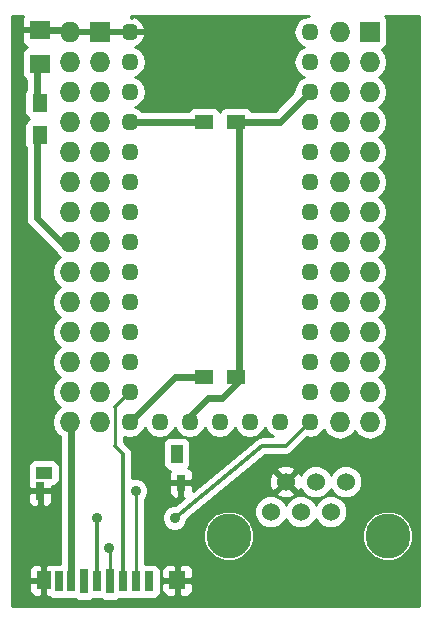
<source format=gtl>
%FSLAX46Y46*%
G04 Gerber Fmt 4.6, Leading zero omitted, Abs format (unit mm)*
G04 Created by KiCad (PCBNEW (2014-10-27 BZR 5228)-product) date 4/13/2015 9:46:14 PM*
%MOMM*%
G01*
G04 APERTURE LIST*
%ADD10C,0.100000*%
%ADD11R,1.727200X1.727200*%
%ADD12O,1.727200X1.727200*%
%ADD13R,1.399540X1.498600*%
%ADD14R,1.297940X1.498600*%
%ADD15R,0.698500X1.747520*%
%ADD16R,0.698500X2.032000*%
%ADD17R,0.797560X1.498600*%
%ADD18R,1.399540X0.998220*%
%ADD19R,0.797560X1.399540*%
%ADD20R,0.998220X1.549400*%
%ADD21O,1.447800X1.447800*%
%ADD22R,1.800860X1.597660*%
%ADD23R,1.500000X1.300000*%
%ADD24R,1.300000X1.500000*%
%ADD25C,1.524000*%
%ADD26C,3.810000*%
%ADD27C,0.889000*%
%ADD28C,0.609600*%
%ADD29C,0.254000*%
%ADD30C,0.304800*%
G04 APERTURE END LIST*
D10*
D11*
X162560000Y-96520000D03*
D12*
X160020000Y-96520000D03*
X162560000Y-99060000D03*
X160020000Y-99060000D03*
X162560000Y-101600000D03*
X160020000Y-101600000D03*
X162560000Y-104140000D03*
X160020000Y-104140000D03*
X162560000Y-106680000D03*
X160020000Y-106680000D03*
X162560000Y-109220000D03*
X160020000Y-109220000D03*
X162560000Y-111760000D03*
X160020000Y-111760000D03*
X162560000Y-114300000D03*
X160020000Y-114300000D03*
X162560000Y-116840000D03*
X160020000Y-116840000D03*
X162560000Y-119380000D03*
X160020000Y-119380000D03*
X162560000Y-121920000D03*
X160020000Y-121920000D03*
X162560000Y-124460000D03*
X160020000Y-124460000D03*
X162560000Y-127000000D03*
X160020000Y-127000000D03*
X162560000Y-129540000D03*
X160020000Y-129540000D03*
D11*
X185420000Y-96520000D03*
D12*
X182880000Y-96520000D03*
X185420000Y-99060000D03*
X182880000Y-99060000D03*
X185420000Y-101600000D03*
X182880000Y-101600000D03*
X185420000Y-104140000D03*
X182880000Y-104140000D03*
X185420000Y-106680000D03*
X182880000Y-106680000D03*
X185420000Y-109220000D03*
X182880000Y-109220000D03*
X185420000Y-111760000D03*
X182880000Y-111760000D03*
X185420000Y-114300000D03*
X182880000Y-114300000D03*
X185420000Y-116840000D03*
X182880000Y-116840000D03*
X185420000Y-119380000D03*
X182880000Y-119380000D03*
X185420000Y-121920000D03*
X182880000Y-121920000D03*
X185420000Y-124460000D03*
X182880000Y-124460000D03*
X185420000Y-127000000D03*
X182880000Y-127000000D03*
X185420000Y-129540000D03*
X182880000Y-129540000D03*
D13*
X169128440Y-142961360D03*
D14*
X157827980Y-142961360D03*
D15*
X159077660Y-143060420D03*
X160129220Y-143060420D03*
D16*
X161229040Y-143060420D03*
D15*
X162328860Y-143060420D03*
D16*
X163428680Y-143060420D03*
D15*
X164528500Y-143060420D03*
X165628320Y-143060420D03*
X166728140Y-143060420D03*
D17*
X157528260Y-135361680D03*
D18*
X157827980Y-133860540D03*
D19*
X169428160Y-134711440D03*
D20*
X169077640Y-132260340D03*
D21*
X165100000Y-96520000D03*
X165100000Y-99060000D03*
X165100000Y-101600000D03*
X165100000Y-104140000D03*
X165100000Y-106680000D03*
X165100000Y-109220000D03*
X165100000Y-111760000D03*
X165100000Y-114300000D03*
X165100000Y-116840000D03*
X165100000Y-119380000D03*
X165100000Y-121920000D03*
X165100000Y-124460000D03*
X165100000Y-127000000D03*
X165100000Y-129540000D03*
X167640000Y-129540000D03*
X170180000Y-129540000D03*
X172720000Y-129540000D03*
X175260000Y-129540000D03*
X177800000Y-129540000D03*
X180340000Y-129540000D03*
X180340000Y-127000000D03*
X180340000Y-124460000D03*
X180340000Y-121920000D03*
X180340000Y-119380000D03*
X180340000Y-116840000D03*
X180340000Y-114300000D03*
X180340000Y-111760000D03*
X180340000Y-109220000D03*
X180340000Y-106680000D03*
X180340000Y-104140000D03*
X180340000Y-101600000D03*
X180340000Y-99060000D03*
X180340000Y-96520000D03*
D22*
X157480000Y-99209860D03*
X157480000Y-96370140D03*
D23*
X174070000Y-125730000D03*
X171370000Y-125730000D03*
D24*
X157480000Y-105236000D03*
X157480000Y-102536000D03*
D23*
X174070000Y-104140000D03*
X171370000Y-104140000D03*
D25*
X180848000Y-134620000D03*
X178308000Y-134620000D03*
X183388000Y-134620000D03*
X177038000Y-137160000D03*
X179578000Y-137160000D03*
X182118000Y-137160000D03*
D26*
X186944000Y-139192000D03*
X173482000Y-139192000D03*
D27*
X168910000Y-137668000D03*
X162306000Y-137668000D03*
X165608000Y-135382000D03*
X163322000Y-140208000D03*
D28*
X170720000Y-104140000D02*
X165100000Y-104140000D01*
X157480000Y-96370140D02*
X159870140Y-96370140D01*
X159870140Y-96370140D02*
X160020000Y-96520000D01*
X157226000Y-101886000D02*
X157226000Y-99463860D01*
X157226000Y-99463860D02*
X157480000Y-99209860D01*
X160129220Y-143060420D02*
X160129220Y-129649220D01*
X160129220Y-129649220D02*
X160020000Y-129540000D01*
X170720000Y-125730000D02*
X168910000Y-125730000D01*
X168910000Y-125730000D02*
X165100000Y-129540000D01*
D29*
X162328860Y-137690860D02*
X162306000Y-137668000D01*
D30*
X162328860Y-143060420D02*
X162328860Y-137690860D01*
X178308000Y-131572000D02*
X180340000Y-129540000D01*
X176276000Y-131572000D02*
X178308000Y-131572000D01*
X168910000Y-137668000D02*
X176276000Y-131572000D01*
X164528500Y-143060420D02*
X164528500Y-132270500D01*
X163830000Y-128270000D02*
X165100000Y-127000000D01*
D29*
X163830000Y-131572000D02*
X163830000Y-128270000D01*
D30*
X164528500Y-132270500D02*
X163830000Y-131572000D01*
D29*
X165628320Y-143060420D02*
X165628320Y-135148320D01*
X165608000Y-135128000D02*
X165608000Y-135382000D01*
X165628320Y-135148320D02*
X165608000Y-135128000D01*
D28*
X160020000Y-114300000D02*
X159258000Y-114300000D01*
X159258000Y-114300000D02*
X157226000Y-112268000D01*
X157226000Y-112268000D02*
X157226000Y-105886000D01*
D29*
X163428680Y-143060420D02*
X163428680Y-140314680D01*
X163428680Y-140314680D02*
X163322000Y-140208000D01*
D28*
X174339000Y-104140000D02*
X177800000Y-104140000D01*
X177800000Y-104140000D02*
X180340000Y-101600000D01*
X174339000Y-126111000D02*
X174339000Y-104140000D01*
X170180000Y-129540000D02*
X170180000Y-129032000D01*
X170180000Y-129032000D02*
X171704000Y-127508000D01*
X171704000Y-127508000D02*
X172942000Y-127508000D01*
X172942000Y-127508000D02*
X174339000Y-126111000D01*
D29*
G36*
X180253552Y-95173000D02*
X179793349Y-95264540D01*
X179352491Y-95559113D01*
X179057918Y-95999971D01*
X178954478Y-96520000D01*
X179057918Y-97040029D01*
X179352491Y-97480887D01*
X179793349Y-97775460D01*
X179866446Y-97790000D01*
X179793349Y-97804540D01*
X179352491Y-98099113D01*
X179057918Y-98539971D01*
X178954478Y-99060000D01*
X179057918Y-99580029D01*
X179352491Y-100020887D01*
X179793349Y-100315460D01*
X179866446Y-100330000D01*
X179793349Y-100344540D01*
X179352491Y-100639113D01*
X179057918Y-101079971D01*
X178954478Y-101600000D01*
X178963842Y-101647079D01*
X177410722Y-103200200D01*
X175387279Y-103200200D01*
X175358327Y-103130302D01*
X175179699Y-102951673D01*
X174946310Y-102855000D01*
X174693691Y-102855000D01*
X173193691Y-102855000D01*
X172960302Y-102951673D01*
X172781673Y-103130301D01*
X172719999Y-103279193D01*
X172658327Y-103130302D01*
X172479699Y-102951673D01*
X172246310Y-102855000D01*
X171993691Y-102855000D01*
X170493691Y-102855000D01*
X170260302Y-102951673D01*
X170081673Y-103130301D01*
X170052719Y-103200200D01*
X166101598Y-103200200D01*
X166087509Y-103179113D01*
X165646651Y-102884540D01*
X165573553Y-102870000D01*
X165646651Y-102855460D01*
X166087509Y-102560887D01*
X166382082Y-102120029D01*
X166485522Y-101600000D01*
X166382082Y-101079971D01*
X166087509Y-100639113D01*
X165646651Y-100344540D01*
X165573553Y-100330000D01*
X165646651Y-100315460D01*
X166087509Y-100020887D01*
X166382082Y-99580029D01*
X166485522Y-99060000D01*
X166382082Y-98539971D01*
X166087509Y-98099113D01*
X165646651Y-97804540D01*
X165545568Y-97784433D01*
X165915206Y-97607234D01*
X166269219Y-97212507D01*
X166416428Y-96857085D01*
X166293412Y-96647000D01*
X165227000Y-96647000D01*
X165227000Y-96667000D01*
X164973000Y-96667000D01*
X164973000Y-96647000D01*
X163906588Y-96647000D01*
X163904099Y-96651249D01*
X163899850Y-96647000D01*
X162687000Y-96647000D01*
X162687000Y-96667000D01*
X162433000Y-96667000D01*
X162433000Y-96647000D01*
X161354469Y-96647000D01*
X161220150Y-96647000D01*
X160147000Y-96647000D01*
X160147000Y-96667000D01*
X159893000Y-96667000D01*
X159893000Y-96647000D01*
X159873000Y-96647000D01*
X159873000Y-96393000D01*
X159893000Y-96393000D01*
X159893000Y-96373000D01*
X160147000Y-96373000D01*
X160147000Y-96393000D01*
X161220150Y-96393000D01*
X161354469Y-96393000D01*
X162433000Y-96393000D01*
X162433000Y-96373000D01*
X162687000Y-96373000D01*
X162687000Y-96393000D01*
X163899850Y-96393000D01*
X163904099Y-96388750D01*
X163906588Y-96393000D01*
X164973000Y-96393000D01*
X164973000Y-96373000D01*
X165227000Y-96373000D01*
X165227000Y-96393000D01*
X166293412Y-96393000D01*
X166416428Y-96182915D01*
X166269219Y-95827493D01*
X165915206Y-95432766D01*
X165437086Y-95203561D01*
X165227002Y-95325785D01*
X165227002Y-95173000D01*
X180253552Y-95173000D01*
X180253552Y-95173000D01*
G37*
X180253552Y-95173000D02*
X179793349Y-95264540D01*
X179352491Y-95559113D01*
X179057918Y-95999971D01*
X178954478Y-96520000D01*
X179057918Y-97040029D01*
X179352491Y-97480887D01*
X179793349Y-97775460D01*
X179866446Y-97790000D01*
X179793349Y-97804540D01*
X179352491Y-98099113D01*
X179057918Y-98539971D01*
X178954478Y-99060000D01*
X179057918Y-99580029D01*
X179352491Y-100020887D01*
X179793349Y-100315460D01*
X179866446Y-100330000D01*
X179793349Y-100344540D01*
X179352491Y-100639113D01*
X179057918Y-101079971D01*
X178954478Y-101600000D01*
X178963842Y-101647079D01*
X177410722Y-103200200D01*
X175387279Y-103200200D01*
X175358327Y-103130302D01*
X175179699Y-102951673D01*
X174946310Y-102855000D01*
X174693691Y-102855000D01*
X173193691Y-102855000D01*
X172960302Y-102951673D01*
X172781673Y-103130301D01*
X172719999Y-103279193D01*
X172658327Y-103130302D01*
X172479699Y-102951673D01*
X172246310Y-102855000D01*
X171993691Y-102855000D01*
X170493691Y-102855000D01*
X170260302Y-102951673D01*
X170081673Y-103130301D01*
X170052719Y-103200200D01*
X166101598Y-103200200D01*
X166087509Y-103179113D01*
X165646651Y-102884540D01*
X165573553Y-102870000D01*
X165646651Y-102855460D01*
X166087509Y-102560887D01*
X166382082Y-102120029D01*
X166485522Y-101600000D01*
X166382082Y-101079971D01*
X166087509Y-100639113D01*
X165646651Y-100344540D01*
X165573553Y-100330000D01*
X165646651Y-100315460D01*
X166087509Y-100020887D01*
X166382082Y-99580029D01*
X166485522Y-99060000D01*
X166382082Y-98539971D01*
X166087509Y-98099113D01*
X165646651Y-97804540D01*
X165545568Y-97784433D01*
X165915206Y-97607234D01*
X166269219Y-97212507D01*
X166416428Y-96857085D01*
X166293412Y-96647000D01*
X165227000Y-96647000D01*
X165227000Y-96667000D01*
X164973000Y-96667000D01*
X164973000Y-96647000D01*
X163906588Y-96647000D01*
X163904099Y-96651249D01*
X163899850Y-96647000D01*
X162687000Y-96647000D01*
X162687000Y-96667000D01*
X162433000Y-96667000D01*
X162433000Y-96647000D01*
X161354469Y-96647000D01*
X161220150Y-96647000D01*
X160147000Y-96647000D01*
X160147000Y-96667000D01*
X159893000Y-96667000D01*
X159893000Y-96647000D01*
X159873000Y-96647000D01*
X159873000Y-96393000D01*
X159893000Y-96393000D01*
X159893000Y-96373000D01*
X160147000Y-96373000D01*
X160147000Y-96393000D01*
X161220150Y-96393000D01*
X161354469Y-96393000D01*
X162433000Y-96393000D01*
X162433000Y-96373000D01*
X162687000Y-96373000D01*
X162687000Y-96393000D01*
X163899850Y-96393000D01*
X163904099Y-96388750D01*
X163906588Y-96393000D01*
X164973000Y-96393000D01*
X164973000Y-96373000D01*
X165227000Y-96373000D01*
X165227000Y-96393000D01*
X166293412Y-96393000D01*
X166416428Y-96182915D01*
X166269219Y-95827493D01*
X165915206Y-95432766D01*
X165437086Y-95203561D01*
X165227002Y-95325785D01*
X165227002Y-95173000D01*
X180253552Y-95173000D01*
G36*
X189561000Y-145111000D02*
X189079240Y-145111000D01*
X189079240Y-138769211D01*
X188754910Y-137984273D01*
X188154886Y-137383200D01*
X187370515Y-137057501D01*
X186521211Y-137056760D01*
X185736273Y-137381090D01*
X185135200Y-137981114D01*
X184809501Y-138765485D01*
X184808760Y-139614789D01*
X185133090Y-140399727D01*
X185733114Y-141000800D01*
X186517485Y-141326499D01*
X187366789Y-141327240D01*
X188151727Y-141002910D01*
X188752800Y-140402886D01*
X189078499Y-139618515D01*
X189079240Y-138769211D01*
X189079240Y-145111000D01*
X184785242Y-145111000D01*
X184785242Y-134343339D01*
X184573010Y-133829697D01*
X184180370Y-133436371D01*
X183667100Y-133223243D01*
X183111339Y-133222758D01*
X182597697Y-133434990D01*
X182204371Y-133827630D01*
X182118050Y-134035512D01*
X182033010Y-133829697D01*
X181640370Y-133436371D01*
X181127100Y-133223243D01*
X180571339Y-133222758D01*
X180057697Y-133434990D01*
X179664371Y-133827630D01*
X179584605Y-134019727D01*
X179530397Y-133888857D01*
X179288213Y-133819392D01*
X179108608Y-133998997D01*
X179108608Y-133639787D01*
X179039143Y-133397603D01*
X178515698Y-133210856D01*
X177960632Y-133238638D01*
X177576857Y-133397603D01*
X177507392Y-133639787D01*
X178308000Y-134440395D01*
X179108608Y-133639787D01*
X179108608Y-133998997D01*
X178487605Y-134620000D01*
X179288213Y-135420608D01*
X179530397Y-135351143D01*
X179580508Y-135210682D01*
X179662990Y-135410303D01*
X180055630Y-135803629D01*
X180568900Y-136016757D01*
X181124661Y-136017242D01*
X181638303Y-135805010D01*
X182031629Y-135412370D01*
X182117949Y-135204487D01*
X182202990Y-135410303D01*
X182595630Y-135803629D01*
X183108900Y-136016757D01*
X183664661Y-136017242D01*
X184178303Y-135805010D01*
X184571629Y-135412370D01*
X184784757Y-134899100D01*
X184785242Y-134343339D01*
X184785242Y-145111000D01*
X183515242Y-145111000D01*
X183515242Y-136883339D01*
X183303010Y-136369697D01*
X182910370Y-135976371D01*
X182397100Y-135763243D01*
X181841339Y-135762758D01*
X181327697Y-135974990D01*
X180934371Y-136367630D01*
X180848050Y-136575512D01*
X180763010Y-136369697D01*
X180370370Y-135976371D01*
X179857100Y-135763243D01*
X179301339Y-135762758D01*
X179108608Y-135842392D01*
X179108608Y-135600213D01*
X178308000Y-134799605D01*
X178128395Y-134979210D01*
X178128395Y-134620000D01*
X177327787Y-133819392D01*
X177085603Y-133888857D01*
X176898856Y-134412302D01*
X176926638Y-134967368D01*
X177085603Y-135351143D01*
X177327787Y-135420608D01*
X178128395Y-134620000D01*
X178128395Y-134979210D01*
X177507392Y-135600213D01*
X177576857Y-135842397D01*
X178100302Y-136029144D01*
X178655368Y-136001362D01*
X179039143Y-135842397D01*
X179108608Y-135600213D01*
X179108608Y-135842392D01*
X178787697Y-135974990D01*
X178394371Y-136367630D01*
X178308050Y-136575512D01*
X178223010Y-136369697D01*
X177830370Y-135976371D01*
X177317100Y-135763243D01*
X176761339Y-135762758D01*
X176247697Y-135974990D01*
X175854371Y-136367630D01*
X175641243Y-136880900D01*
X175640758Y-137436661D01*
X175852990Y-137950303D01*
X176245630Y-138343629D01*
X176758900Y-138556757D01*
X177314661Y-138557242D01*
X177828303Y-138345010D01*
X178221629Y-137952370D01*
X178307949Y-137744487D01*
X178392990Y-137950303D01*
X178785630Y-138343629D01*
X179298900Y-138556757D01*
X179854661Y-138557242D01*
X180368303Y-138345010D01*
X180761629Y-137952370D01*
X180847949Y-137744487D01*
X180932990Y-137950303D01*
X181325630Y-138343629D01*
X181838900Y-138556757D01*
X182394661Y-138557242D01*
X182908303Y-138345010D01*
X183301629Y-137952370D01*
X183514757Y-137439100D01*
X183515242Y-136883339D01*
X183515242Y-145111000D01*
X175617240Y-145111000D01*
X175617240Y-138769211D01*
X175292910Y-137984273D01*
X174692886Y-137383200D01*
X173908515Y-137057501D01*
X173059211Y-137056760D01*
X172274273Y-137381090D01*
X171673200Y-137981114D01*
X171347501Y-138765485D01*
X171346760Y-139614789D01*
X171671090Y-140399727D01*
X172271114Y-141000800D01*
X173055485Y-141326499D01*
X173904789Y-141327240D01*
X174689727Y-141002910D01*
X175290800Y-140402886D01*
X175616499Y-139618515D01*
X175617240Y-138769211D01*
X175617240Y-145111000D01*
X170463210Y-145111000D01*
X170463210Y-143836969D01*
X170463210Y-143247110D01*
X170463210Y-142675610D01*
X170463210Y-142085751D01*
X170366537Y-141852362D01*
X170187909Y-141673733D01*
X169954520Y-141577060D01*
X169701901Y-141577060D01*
X169414190Y-141577060D01*
X169255440Y-141735810D01*
X169255440Y-142834360D01*
X170304460Y-142834360D01*
X170463210Y-142675610D01*
X170463210Y-143247110D01*
X170304460Y-143088360D01*
X169255440Y-143088360D01*
X169255440Y-144186910D01*
X169414190Y-144345660D01*
X169701901Y-144345660D01*
X169954520Y-144345660D01*
X170187909Y-144248987D01*
X170366537Y-144070358D01*
X170463210Y-143836969D01*
X170463210Y-145111000D01*
X169001440Y-145111000D01*
X169001440Y-144186910D01*
X169001440Y-143088360D01*
X169001440Y-142834360D01*
X169001440Y-141735810D01*
X168842690Y-141577060D01*
X168554979Y-141577060D01*
X168302360Y-141577060D01*
X168068971Y-141673733D01*
X167890343Y-141852362D01*
X167793670Y-142085751D01*
X167793670Y-142675610D01*
X167952420Y-142834360D01*
X169001440Y-142834360D01*
X169001440Y-143088360D01*
X167952420Y-143088360D01*
X167793670Y-143247110D01*
X167793670Y-143836969D01*
X167890343Y-144070358D01*
X168068971Y-144248987D01*
X168302360Y-144345660D01*
X168554979Y-144345660D01*
X168842690Y-144345660D01*
X169001440Y-144186910D01*
X169001440Y-145111000D01*
X157700980Y-145111000D01*
X157700980Y-144186910D01*
X157700980Y-143088360D01*
X157700980Y-142834360D01*
X157700980Y-141735810D01*
X157542230Y-141577060D01*
X157401260Y-141577060D01*
X157401260Y-136587230D01*
X157401260Y-135488680D01*
X156653230Y-135488680D01*
X156494480Y-135647430D01*
X156494480Y-135984671D01*
X156494480Y-136237290D01*
X156591153Y-136470679D01*
X156769782Y-136649307D01*
X157003171Y-136745980D01*
X157242510Y-136745980D01*
X157401260Y-136587230D01*
X157401260Y-141577060D01*
X157305319Y-141577060D01*
X157052700Y-141577060D01*
X156819311Y-141673733D01*
X156640683Y-141852362D01*
X156544010Y-142085751D01*
X156544010Y-142675610D01*
X156702760Y-142834360D01*
X157700980Y-142834360D01*
X157700980Y-143088360D01*
X156702760Y-143088360D01*
X156544010Y-143247110D01*
X156544010Y-143836969D01*
X156640683Y-144070358D01*
X156819311Y-144248987D01*
X157052700Y-144345660D01*
X157305319Y-144345660D01*
X157542230Y-144345660D01*
X157700980Y-144186910D01*
X157700980Y-145111000D01*
X155194000Y-145111000D01*
X155117000Y-145111000D01*
X155117000Y-95173000D01*
X155194000Y-95173000D01*
X156079854Y-95173000D01*
X156041243Y-95211612D01*
X155944570Y-95445001D01*
X155944570Y-96084390D01*
X156103320Y-96243140D01*
X157353000Y-96243140D01*
X157353000Y-96223140D01*
X157607000Y-96223140D01*
X157607000Y-96243140D01*
X157627000Y-96243140D01*
X157627000Y-96497140D01*
X157607000Y-96497140D01*
X157607000Y-96517140D01*
X157353000Y-96517140D01*
X157353000Y-96497140D01*
X156103320Y-96497140D01*
X155944570Y-96655890D01*
X155944570Y-97295279D01*
X156041243Y-97528668D01*
X156219871Y-97707297D01*
X156419533Y-97790000D01*
X156219872Y-97872703D01*
X156041243Y-98051331D01*
X155944570Y-98284720D01*
X155944570Y-98537339D01*
X155944570Y-100134999D01*
X156041243Y-100368388D01*
X156219871Y-100547017D01*
X156286200Y-100574491D01*
X156286200Y-101439513D01*
X156195000Y-101659690D01*
X156195000Y-101912309D01*
X156195000Y-103412309D01*
X156291673Y-103645698D01*
X156470301Y-103824327D01*
X156619193Y-103886000D01*
X156470302Y-103947673D01*
X156291673Y-104126301D01*
X156195000Y-104359690D01*
X156195000Y-104612309D01*
X156195000Y-106112309D01*
X156286200Y-106332485D01*
X156286200Y-112268000D01*
X156357738Y-112627646D01*
X156561461Y-112932539D01*
X158593461Y-114964539D01*
X158743827Y-115065010D01*
X158960330Y-115389029D01*
X159231172Y-115570000D01*
X158960330Y-115750971D01*
X158635474Y-116237152D01*
X158521400Y-116810641D01*
X158521400Y-116869359D01*
X158635474Y-117442848D01*
X158960330Y-117929029D01*
X159231172Y-118110000D01*
X158960330Y-118290971D01*
X158635474Y-118777152D01*
X158521400Y-119350641D01*
X158521400Y-119409359D01*
X158635474Y-119982848D01*
X158960330Y-120469029D01*
X159231172Y-120650000D01*
X158960330Y-120830971D01*
X158635474Y-121317152D01*
X158521400Y-121890641D01*
X158521400Y-121949359D01*
X158635474Y-122522848D01*
X158960330Y-123009029D01*
X159231172Y-123190000D01*
X158960330Y-123370971D01*
X158635474Y-123857152D01*
X158521400Y-124430641D01*
X158521400Y-124489359D01*
X158635474Y-125062848D01*
X158960330Y-125549029D01*
X159231172Y-125730000D01*
X158960330Y-125910971D01*
X158635474Y-126397152D01*
X158521400Y-126970641D01*
X158521400Y-127029359D01*
X158635474Y-127602848D01*
X158960330Y-128089029D01*
X159231172Y-128270000D01*
X158960330Y-128450971D01*
X158635474Y-128937152D01*
X158521400Y-129510641D01*
X158521400Y-129569359D01*
X158635474Y-130142848D01*
X158960330Y-130629029D01*
X159189420Y-130782102D01*
X159189420Y-141551660D01*
X159162750Y-141551660D01*
X159162750Y-134485960D01*
X159162750Y-134233341D01*
X159162750Y-133235121D01*
X159066077Y-133001732D01*
X158887449Y-132823103D01*
X158654060Y-132726430D01*
X158401441Y-132726430D01*
X157001901Y-132726430D01*
X156768512Y-132823103D01*
X156589883Y-133001731D01*
X156493210Y-133235120D01*
X156493210Y-133487739D01*
X156493210Y-134485959D01*
X156494480Y-134489025D01*
X156494480Y-134738689D01*
X156494480Y-135075930D01*
X156653230Y-135234680D01*
X157401260Y-135234680D01*
X157401260Y-135214680D01*
X157655260Y-135214680D01*
X157655260Y-135234680D01*
X158403290Y-135234680D01*
X158562040Y-135075930D01*
X158562040Y-134994650D01*
X158654059Y-134994650D01*
X158887448Y-134897977D01*
X159066077Y-134719349D01*
X159162750Y-134485960D01*
X159162750Y-141551660D01*
X158602101Y-141551660D01*
X158562040Y-141568253D01*
X158562040Y-136237290D01*
X158562040Y-135984671D01*
X158562040Y-135647430D01*
X158403290Y-135488680D01*
X157655260Y-135488680D01*
X157655260Y-136587230D01*
X157814010Y-136745980D01*
X158053349Y-136745980D01*
X158286738Y-136649307D01*
X158465367Y-136470679D01*
X158562040Y-136237290D01*
X158562040Y-141568253D01*
X158540780Y-141577060D01*
X158350641Y-141577060D01*
X158113730Y-141577060D01*
X157954980Y-141735810D01*
X157954980Y-142834360D01*
X157974980Y-142834360D01*
X157974980Y-143088360D01*
X157954980Y-143088360D01*
X157954980Y-144186910D01*
X158113730Y-144345660D01*
X158241864Y-144345660D01*
X158368711Y-144472507D01*
X158602100Y-144569180D01*
X158854719Y-144569180D01*
X159553219Y-144569180D01*
X159603439Y-144548377D01*
X159653660Y-144569180D01*
X159906279Y-144569180D01*
X160474524Y-144569180D01*
X160520091Y-144614747D01*
X160753480Y-144711420D01*
X161006099Y-144711420D01*
X161704599Y-144711420D01*
X161937988Y-144614747D01*
X161983555Y-144569180D01*
X162105919Y-144569180D01*
X162674164Y-144569180D01*
X162719731Y-144614747D01*
X162953120Y-144711420D01*
X163205739Y-144711420D01*
X163904239Y-144711420D01*
X164137628Y-144614747D01*
X164183195Y-144569180D01*
X164305559Y-144569180D01*
X165004059Y-144569180D01*
X165078409Y-144538382D01*
X165152760Y-144569180D01*
X165405379Y-144569180D01*
X166103879Y-144569180D01*
X166178229Y-144538382D01*
X166252580Y-144569180D01*
X166505199Y-144569180D01*
X167203699Y-144569180D01*
X167437088Y-144472507D01*
X167615717Y-144293879D01*
X167712390Y-144060490D01*
X167712390Y-143807871D01*
X167712390Y-142060351D01*
X167615717Y-141826962D01*
X167437089Y-141648333D01*
X167203700Y-141551660D01*
X166951081Y-141551660D01*
X166390320Y-141551660D01*
X166390320Y-136126357D01*
X166522622Y-135994286D01*
X166687313Y-135597668D01*
X166687687Y-135168216D01*
X166523689Y-134771311D01*
X166220286Y-134467378D01*
X165823668Y-134302687D01*
X165394216Y-134302313D01*
X165315900Y-134334672D01*
X165315900Y-132270500D01*
X165255963Y-131969175D01*
X165085276Y-131713724D01*
X164592000Y-131220448D01*
X164592000Y-130803148D01*
X165073378Y-130898900D01*
X165126622Y-130898900D01*
X165646651Y-130795460D01*
X166087509Y-130500887D01*
X166370000Y-130078110D01*
X166652491Y-130500887D01*
X167093349Y-130795460D01*
X167613378Y-130898900D01*
X167666622Y-130898900D01*
X168186651Y-130795460D01*
X168627509Y-130500887D01*
X168910000Y-130078110D01*
X169192491Y-130500887D01*
X169633349Y-130795460D01*
X170153378Y-130898900D01*
X170206622Y-130898900D01*
X170726651Y-130795460D01*
X171167509Y-130500887D01*
X171450000Y-130078110D01*
X171732491Y-130500887D01*
X172173349Y-130795460D01*
X172693378Y-130898900D01*
X172746622Y-130898900D01*
X173266651Y-130795460D01*
X173707509Y-130500887D01*
X173990000Y-130078110D01*
X174272491Y-130500887D01*
X174713349Y-130795460D01*
X175233378Y-130898900D01*
X175286622Y-130898900D01*
X175806651Y-130795460D01*
X176247509Y-130500887D01*
X176530000Y-130078110D01*
X176812491Y-130500887D01*
X177237095Y-130784600D01*
X176276000Y-130784600D01*
X176160983Y-130807478D01*
X176044332Y-130819452D01*
X176011391Y-130837233D01*
X175974675Y-130844537D01*
X175877166Y-130909689D01*
X175773979Y-130965392D01*
X170461940Y-135361562D01*
X170461940Y-135284901D01*
X170461940Y-134997190D01*
X170461940Y-134425690D01*
X170461940Y-134137979D01*
X170461940Y-133885360D01*
X170365267Y-133651971D01*
X170186638Y-133473343D01*
X170080455Y-133429360D01*
X170115077Y-133394739D01*
X170211750Y-133161350D01*
X170211750Y-132908731D01*
X170211750Y-131359331D01*
X170115077Y-131125942D01*
X169936449Y-130947313D01*
X169703060Y-130850640D01*
X169450441Y-130850640D01*
X168452221Y-130850640D01*
X168218832Y-130947313D01*
X168040203Y-131125941D01*
X167943530Y-131359330D01*
X167943530Y-131611949D01*
X167943530Y-133161349D01*
X168040203Y-133394738D01*
X168218831Y-133573367D01*
X168452220Y-133670040D01*
X168483568Y-133670040D01*
X168394380Y-133885360D01*
X168394380Y-134137979D01*
X168394380Y-134425690D01*
X168553130Y-134584440D01*
X169301160Y-134584440D01*
X169301160Y-134564440D01*
X169555160Y-134564440D01*
X169555160Y-134584440D01*
X170303190Y-134584440D01*
X170461940Y-134425690D01*
X170461940Y-134997190D01*
X170303190Y-134838440D01*
X169555160Y-134838440D01*
X169555160Y-135887460D01*
X169678021Y-136010321D01*
X169301160Y-136322206D01*
X169301160Y-135887460D01*
X169301160Y-134838440D01*
X168553130Y-134838440D01*
X168394380Y-134997190D01*
X168394380Y-135284901D01*
X168394380Y-135537520D01*
X168491053Y-135770909D01*
X168669682Y-135949537D01*
X168903071Y-136046210D01*
X169142410Y-136046210D01*
X169301160Y-135887460D01*
X169301160Y-136322206D01*
X168979318Y-136588559D01*
X168696216Y-136588313D01*
X168299311Y-136752311D01*
X167995378Y-137055714D01*
X167830687Y-137452332D01*
X167830313Y-137881784D01*
X167994311Y-138278689D01*
X168297714Y-138582622D01*
X168694332Y-138747313D01*
X169123784Y-138747687D01*
X169520689Y-138583689D01*
X169824622Y-138280286D01*
X169989313Y-137883668D01*
X169989388Y-137796786D01*
X176559565Y-132359400D01*
X178308000Y-132359400D01*
X178609325Y-132299463D01*
X178864776Y-132128776D01*
X180130940Y-130862611D01*
X180313378Y-130898900D01*
X180366622Y-130898900D01*
X180886651Y-130795460D01*
X181327509Y-130500887D01*
X181531108Y-130196179D01*
X181820330Y-130629029D01*
X182306511Y-130953885D01*
X182880000Y-131067959D01*
X183453489Y-130953885D01*
X183939670Y-130629029D01*
X184150000Y-130314248D01*
X184360330Y-130629029D01*
X184846511Y-130953885D01*
X185420000Y-131067959D01*
X185993489Y-130953885D01*
X186479670Y-130629029D01*
X186804526Y-130142848D01*
X186918600Y-129569359D01*
X186918600Y-129510641D01*
X186804526Y-128937152D01*
X186479670Y-128450971D01*
X186208827Y-128270000D01*
X186479670Y-128089029D01*
X186804526Y-127602848D01*
X186918600Y-127029359D01*
X186918600Y-126970641D01*
X186804526Y-126397152D01*
X186479670Y-125910971D01*
X186208827Y-125730000D01*
X186479670Y-125549029D01*
X186804526Y-125062848D01*
X186918600Y-124489359D01*
X186918600Y-124430641D01*
X186804526Y-123857152D01*
X186479670Y-123370971D01*
X186208827Y-123190000D01*
X186479670Y-123009029D01*
X186804526Y-122522848D01*
X186918600Y-121949359D01*
X186918600Y-121890641D01*
X186804526Y-121317152D01*
X186479670Y-120830971D01*
X186208827Y-120650000D01*
X186479670Y-120469029D01*
X186804526Y-119982848D01*
X186918600Y-119409359D01*
X186918600Y-119350641D01*
X186804526Y-118777152D01*
X186479670Y-118290971D01*
X186208827Y-118110000D01*
X186479670Y-117929029D01*
X186804526Y-117442848D01*
X186918600Y-116869359D01*
X186918600Y-116810641D01*
X186804526Y-116237152D01*
X186479670Y-115750971D01*
X186208827Y-115570000D01*
X186479670Y-115389029D01*
X186804526Y-114902848D01*
X186918600Y-114329359D01*
X186918600Y-114270641D01*
X186804526Y-113697152D01*
X186479670Y-113210971D01*
X186208827Y-113030000D01*
X186479670Y-112849029D01*
X186804526Y-112362848D01*
X186918600Y-111789359D01*
X186918600Y-111730641D01*
X186804526Y-111157152D01*
X186479670Y-110670971D01*
X186208827Y-110490000D01*
X186479670Y-110309029D01*
X186804526Y-109822848D01*
X186918600Y-109249359D01*
X186918600Y-109190641D01*
X186804526Y-108617152D01*
X186479670Y-108130971D01*
X186208827Y-107950000D01*
X186479670Y-107769029D01*
X186804526Y-107282848D01*
X186918600Y-106709359D01*
X186918600Y-106650641D01*
X186804526Y-106077152D01*
X186479670Y-105590971D01*
X186208827Y-105410000D01*
X186479670Y-105229029D01*
X186804526Y-104742848D01*
X186918600Y-104169359D01*
X186918600Y-104110641D01*
X186804526Y-103537152D01*
X186479670Y-103050971D01*
X186208827Y-102870000D01*
X186479670Y-102689029D01*
X186804526Y-102202848D01*
X186918600Y-101629359D01*
X186918600Y-101570641D01*
X186804526Y-100997152D01*
X186479670Y-100510971D01*
X186208827Y-100330000D01*
X186479670Y-100149029D01*
X186804526Y-99662848D01*
X186918600Y-99089359D01*
X186918600Y-99030641D01*
X186804526Y-98457152D01*
X186489473Y-97985643D01*
X186643298Y-97921927D01*
X186821927Y-97743299D01*
X186918600Y-97509910D01*
X186918600Y-97257291D01*
X186918600Y-95530091D01*
X186821927Y-95296702D01*
X186698225Y-95173000D01*
X189561000Y-95173000D01*
X189561000Y-145111000D01*
X189561000Y-145111000D01*
G37*
X189561000Y-145111000D02*
X189079240Y-145111000D01*
X189079240Y-138769211D01*
X188754910Y-137984273D01*
X188154886Y-137383200D01*
X187370515Y-137057501D01*
X186521211Y-137056760D01*
X185736273Y-137381090D01*
X185135200Y-137981114D01*
X184809501Y-138765485D01*
X184808760Y-139614789D01*
X185133090Y-140399727D01*
X185733114Y-141000800D01*
X186517485Y-141326499D01*
X187366789Y-141327240D01*
X188151727Y-141002910D01*
X188752800Y-140402886D01*
X189078499Y-139618515D01*
X189079240Y-138769211D01*
X189079240Y-145111000D01*
X184785242Y-145111000D01*
X184785242Y-134343339D01*
X184573010Y-133829697D01*
X184180370Y-133436371D01*
X183667100Y-133223243D01*
X183111339Y-133222758D01*
X182597697Y-133434990D01*
X182204371Y-133827630D01*
X182118050Y-134035512D01*
X182033010Y-133829697D01*
X181640370Y-133436371D01*
X181127100Y-133223243D01*
X180571339Y-133222758D01*
X180057697Y-133434990D01*
X179664371Y-133827630D01*
X179584605Y-134019727D01*
X179530397Y-133888857D01*
X179288213Y-133819392D01*
X179108608Y-133998997D01*
X179108608Y-133639787D01*
X179039143Y-133397603D01*
X178515698Y-133210856D01*
X177960632Y-133238638D01*
X177576857Y-133397603D01*
X177507392Y-133639787D01*
X178308000Y-134440395D01*
X179108608Y-133639787D01*
X179108608Y-133998997D01*
X178487605Y-134620000D01*
X179288213Y-135420608D01*
X179530397Y-135351143D01*
X179580508Y-135210682D01*
X179662990Y-135410303D01*
X180055630Y-135803629D01*
X180568900Y-136016757D01*
X181124661Y-136017242D01*
X181638303Y-135805010D01*
X182031629Y-135412370D01*
X182117949Y-135204487D01*
X182202990Y-135410303D01*
X182595630Y-135803629D01*
X183108900Y-136016757D01*
X183664661Y-136017242D01*
X184178303Y-135805010D01*
X184571629Y-135412370D01*
X184784757Y-134899100D01*
X184785242Y-134343339D01*
X184785242Y-145111000D01*
X183515242Y-145111000D01*
X183515242Y-136883339D01*
X183303010Y-136369697D01*
X182910370Y-135976371D01*
X182397100Y-135763243D01*
X181841339Y-135762758D01*
X181327697Y-135974990D01*
X180934371Y-136367630D01*
X180848050Y-136575512D01*
X180763010Y-136369697D01*
X180370370Y-135976371D01*
X179857100Y-135763243D01*
X179301339Y-135762758D01*
X179108608Y-135842392D01*
X179108608Y-135600213D01*
X178308000Y-134799605D01*
X178128395Y-134979210D01*
X178128395Y-134620000D01*
X177327787Y-133819392D01*
X177085603Y-133888857D01*
X176898856Y-134412302D01*
X176926638Y-134967368D01*
X177085603Y-135351143D01*
X177327787Y-135420608D01*
X178128395Y-134620000D01*
X178128395Y-134979210D01*
X177507392Y-135600213D01*
X177576857Y-135842397D01*
X178100302Y-136029144D01*
X178655368Y-136001362D01*
X179039143Y-135842397D01*
X179108608Y-135600213D01*
X179108608Y-135842392D01*
X178787697Y-135974990D01*
X178394371Y-136367630D01*
X178308050Y-136575512D01*
X178223010Y-136369697D01*
X177830370Y-135976371D01*
X177317100Y-135763243D01*
X176761339Y-135762758D01*
X176247697Y-135974990D01*
X175854371Y-136367630D01*
X175641243Y-136880900D01*
X175640758Y-137436661D01*
X175852990Y-137950303D01*
X176245630Y-138343629D01*
X176758900Y-138556757D01*
X177314661Y-138557242D01*
X177828303Y-138345010D01*
X178221629Y-137952370D01*
X178307949Y-137744487D01*
X178392990Y-137950303D01*
X178785630Y-138343629D01*
X179298900Y-138556757D01*
X179854661Y-138557242D01*
X180368303Y-138345010D01*
X180761629Y-137952370D01*
X180847949Y-137744487D01*
X180932990Y-137950303D01*
X181325630Y-138343629D01*
X181838900Y-138556757D01*
X182394661Y-138557242D01*
X182908303Y-138345010D01*
X183301629Y-137952370D01*
X183514757Y-137439100D01*
X183515242Y-136883339D01*
X183515242Y-145111000D01*
X175617240Y-145111000D01*
X175617240Y-138769211D01*
X175292910Y-137984273D01*
X174692886Y-137383200D01*
X173908515Y-137057501D01*
X173059211Y-137056760D01*
X172274273Y-137381090D01*
X171673200Y-137981114D01*
X171347501Y-138765485D01*
X171346760Y-139614789D01*
X171671090Y-140399727D01*
X172271114Y-141000800D01*
X173055485Y-141326499D01*
X173904789Y-141327240D01*
X174689727Y-141002910D01*
X175290800Y-140402886D01*
X175616499Y-139618515D01*
X175617240Y-138769211D01*
X175617240Y-145111000D01*
X170463210Y-145111000D01*
X170463210Y-143836969D01*
X170463210Y-143247110D01*
X170463210Y-142675610D01*
X170463210Y-142085751D01*
X170366537Y-141852362D01*
X170187909Y-141673733D01*
X169954520Y-141577060D01*
X169701901Y-141577060D01*
X169414190Y-141577060D01*
X169255440Y-141735810D01*
X169255440Y-142834360D01*
X170304460Y-142834360D01*
X170463210Y-142675610D01*
X170463210Y-143247110D01*
X170304460Y-143088360D01*
X169255440Y-143088360D01*
X169255440Y-144186910D01*
X169414190Y-144345660D01*
X169701901Y-144345660D01*
X169954520Y-144345660D01*
X170187909Y-144248987D01*
X170366537Y-144070358D01*
X170463210Y-143836969D01*
X170463210Y-145111000D01*
X169001440Y-145111000D01*
X169001440Y-144186910D01*
X169001440Y-143088360D01*
X169001440Y-142834360D01*
X169001440Y-141735810D01*
X168842690Y-141577060D01*
X168554979Y-141577060D01*
X168302360Y-141577060D01*
X168068971Y-141673733D01*
X167890343Y-141852362D01*
X167793670Y-142085751D01*
X167793670Y-142675610D01*
X167952420Y-142834360D01*
X169001440Y-142834360D01*
X169001440Y-143088360D01*
X167952420Y-143088360D01*
X167793670Y-143247110D01*
X167793670Y-143836969D01*
X167890343Y-144070358D01*
X168068971Y-144248987D01*
X168302360Y-144345660D01*
X168554979Y-144345660D01*
X168842690Y-144345660D01*
X169001440Y-144186910D01*
X169001440Y-145111000D01*
X157700980Y-145111000D01*
X157700980Y-144186910D01*
X157700980Y-143088360D01*
X157700980Y-142834360D01*
X157700980Y-141735810D01*
X157542230Y-141577060D01*
X157401260Y-141577060D01*
X157401260Y-136587230D01*
X157401260Y-135488680D01*
X156653230Y-135488680D01*
X156494480Y-135647430D01*
X156494480Y-135984671D01*
X156494480Y-136237290D01*
X156591153Y-136470679D01*
X156769782Y-136649307D01*
X157003171Y-136745980D01*
X157242510Y-136745980D01*
X157401260Y-136587230D01*
X157401260Y-141577060D01*
X157305319Y-141577060D01*
X157052700Y-141577060D01*
X156819311Y-141673733D01*
X156640683Y-141852362D01*
X156544010Y-142085751D01*
X156544010Y-142675610D01*
X156702760Y-142834360D01*
X157700980Y-142834360D01*
X157700980Y-143088360D01*
X156702760Y-143088360D01*
X156544010Y-143247110D01*
X156544010Y-143836969D01*
X156640683Y-144070358D01*
X156819311Y-144248987D01*
X157052700Y-144345660D01*
X157305319Y-144345660D01*
X157542230Y-144345660D01*
X157700980Y-144186910D01*
X157700980Y-145111000D01*
X155194000Y-145111000D01*
X155117000Y-145111000D01*
X155117000Y-95173000D01*
X155194000Y-95173000D01*
X156079854Y-95173000D01*
X156041243Y-95211612D01*
X155944570Y-95445001D01*
X155944570Y-96084390D01*
X156103320Y-96243140D01*
X157353000Y-96243140D01*
X157353000Y-96223140D01*
X157607000Y-96223140D01*
X157607000Y-96243140D01*
X157627000Y-96243140D01*
X157627000Y-96497140D01*
X157607000Y-96497140D01*
X157607000Y-96517140D01*
X157353000Y-96517140D01*
X157353000Y-96497140D01*
X156103320Y-96497140D01*
X155944570Y-96655890D01*
X155944570Y-97295279D01*
X156041243Y-97528668D01*
X156219871Y-97707297D01*
X156419533Y-97790000D01*
X156219872Y-97872703D01*
X156041243Y-98051331D01*
X155944570Y-98284720D01*
X155944570Y-98537339D01*
X155944570Y-100134999D01*
X156041243Y-100368388D01*
X156219871Y-100547017D01*
X156286200Y-100574491D01*
X156286200Y-101439513D01*
X156195000Y-101659690D01*
X156195000Y-101912309D01*
X156195000Y-103412309D01*
X156291673Y-103645698D01*
X156470301Y-103824327D01*
X156619193Y-103886000D01*
X156470302Y-103947673D01*
X156291673Y-104126301D01*
X156195000Y-104359690D01*
X156195000Y-104612309D01*
X156195000Y-106112309D01*
X156286200Y-106332485D01*
X156286200Y-112268000D01*
X156357738Y-112627646D01*
X156561461Y-112932539D01*
X158593461Y-114964539D01*
X158743827Y-115065010D01*
X158960330Y-115389029D01*
X159231172Y-115570000D01*
X158960330Y-115750971D01*
X158635474Y-116237152D01*
X158521400Y-116810641D01*
X158521400Y-116869359D01*
X158635474Y-117442848D01*
X158960330Y-117929029D01*
X159231172Y-118110000D01*
X158960330Y-118290971D01*
X158635474Y-118777152D01*
X158521400Y-119350641D01*
X158521400Y-119409359D01*
X158635474Y-119982848D01*
X158960330Y-120469029D01*
X159231172Y-120650000D01*
X158960330Y-120830971D01*
X158635474Y-121317152D01*
X158521400Y-121890641D01*
X158521400Y-121949359D01*
X158635474Y-122522848D01*
X158960330Y-123009029D01*
X159231172Y-123190000D01*
X158960330Y-123370971D01*
X158635474Y-123857152D01*
X158521400Y-124430641D01*
X158521400Y-124489359D01*
X158635474Y-125062848D01*
X158960330Y-125549029D01*
X159231172Y-125730000D01*
X158960330Y-125910971D01*
X158635474Y-126397152D01*
X158521400Y-126970641D01*
X158521400Y-127029359D01*
X158635474Y-127602848D01*
X158960330Y-128089029D01*
X159231172Y-128270000D01*
X158960330Y-128450971D01*
X158635474Y-128937152D01*
X158521400Y-129510641D01*
X158521400Y-129569359D01*
X158635474Y-130142848D01*
X158960330Y-130629029D01*
X159189420Y-130782102D01*
X159189420Y-141551660D01*
X159162750Y-141551660D01*
X159162750Y-134485960D01*
X159162750Y-134233341D01*
X159162750Y-133235121D01*
X159066077Y-133001732D01*
X158887449Y-132823103D01*
X158654060Y-132726430D01*
X158401441Y-132726430D01*
X157001901Y-132726430D01*
X156768512Y-132823103D01*
X156589883Y-133001731D01*
X156493210Y-133235120D01*
X156493210Y-133487739D01*
X156493210Y-134485959D01*
X156494480Y-134489025D01*
X156494480Y-134738689D01*
X156494480Y-135075930D01*
X156653230Y-135234680D01*
X157401260Y-135234680D01*
X157401260Y-135214680D01*
X157655260Y-135214680D01*
X157655260Y-135234680D01*
X158403290Y-135234680D01*
X158562040Y-135075930D01*
X158562040Y-134994650D01*
X158654059Y-134994650D01*
X158887448Y-134897977D01*
X159066077Y-134719349D01*
X159162750Y-134485960D01*
X159162750Y-141551660D01*
X158602101Y-141551660D01*
X158562040Y-141568253D01*
X158562040Y-136237290D01*
X158562040Y-135984671D01*
X158562040Y-135647430D01*
X158403290Y-135488680D01*
X157655260Y-135488680D01*
X157655260Y-136587230D01*
X157814010Y-136745980D01*
X158053349Y-136745980D01*
X158286738Y-136649307D01*
X158465367Y-136470679D01*
X158562040Y-136237290D01*
X158562040Y-141568253D01*
X158540780Y-141577060D01*
X158350641Y-141577060D01*
X158113730Y-141577060D01*
X157954980Y-141735810D01*
X157954980Y-142834360D01*
X157974980Y-142834360D01*
X157974980Y-143088360D01*
X157954980Y-143088360D01*
X157954980Y-144186910D01*
X158113730Y-144345660D01*
X158241864Y-144345660D01*
X158368711Y-144472507D01*
X158602100Y-144569180D01*
X158854719Y-144569180D01*
X159553219Y-144569180D01*
X159603439Y-144548377D01*
X159653660Y-144569180D01*
X159906279Y-144569180D01*
X160474524Y-144569180D01*
X160520091Y-144614747D01*
X160753480Y-144711420D01*
X161006099Y-144711420D01*
X161704599Y-144711420D01*
X161937988Y-144614747D01*
X161983555Y-144569180D01*
X162105919Y-144569180D01*
X162674164Y-144569180D01*
X162719731Y-144614747D01*
X162953120Y-144711420D01*
X163205739Y-144711420D01*
X163904239Y-144711420D01*
X164137628Y-144614747D01*
X164183195Y-144569180D01*
X164305559Y-144569180D01*
X165004059Y-144569180D01*
X165078409Y-144538382D01*
X165152760Y-144569180D01*
X165405379Y-144569180D01*
X166103879Y-144569180D01*
X166178229Y-144538382D01*
X166252580Y-144569180D01*
X166505199Y-144569180D01*
X167203699Y-144569180D01*
X167437088Y-144472507D01*
X167615717Y-144293879D01*
X167712390Y-144060490D01*
X167712390Y-143807871D01*
X167712390Y-142060351D01*
X167615717Y-141826962D01*
X167437089Y-141648333D01*
X167203700Y-141551660D01*
X166951081Y-141551660D01*
X166390320Y-141551660D01*
X166390320Y-136126357D01*
X166522622Y-135994286D01*
X166687313Y-135597668D01*
X166687687Y-135168216D01*
X166523689Y-134771311D01*
X166220286Y-134467378D01*
X165823668Y-134302687D01*
X165394216Y-134302313D01*
X165315900Y-134334672D01*
X165315900Y-132270500D01*
X165255963Y-131969175D01*
X165085276Y-131713724D01*
X164592000Y-131220448D01*
X164592000Y-130803148D01*
X165073378Y-130898900D01*
X165126622Y-130898900D01*
X165646651Y-130795460D01*
X166087509Y-130500887D01*
X166370000Y-130078110D01*
X166652491Y-130500887D01*
X167093349Y-130795460D01*
X167613378Y-130898900D01*
X167666622Y-130898900D01*
X168186651Y-130795460D01*
X168627509Y-130500887D01*
X168910000Y-130078110D01*
X169192491Y-130500887D01*
X169633349Y-130795460D01*
X170153378Y-130898900D01*
X170206622Y-130898900D01*
X170726651Y-130795460D01*
X171167509Y-130500887D01*
X171450000Y-130078110D01*
X171732491Y-130500887D01*
X172173349Y-130795460D01*
X172693378Y-130898900D01*
X172746622Y-130898900D01*
X173266651Y-130795460D01*
X173707509Y-130500887D01*
X173990000Y-130078110D01*
X174272491Y-130500887D01*
X174713349Y-130795460D01*
X175233378Y-130898900D01*
X175286622Y-130898900D01*
X175806651Y-130795460D01*
X176247509Y-130500887D01*
X176530000Y-130078110D01*
X176812491Y-130500887D01*
X177237095Y-130784600D01*
X176276000Y-130784600D01*
X176160983Y-130807478D01*
X176044332Y-130819452D01*
X176011391Y-130837233D01*
X175974675Y-130844537D01*
X175877166Y-130909689D01*
X175773979Y-130965392D01*
X170461940Y-135361562D01*
X170461940Y-135284901D01*
X170461940Y-134997190D01*
X170461940Y-134425690D01*
X170461940Y-134137979D01*
X170461940Y-133885360D01*
X170365267Y-133651971D01*
X170186638Y-133473343D01*
X170080455Y-133429360D01*
X170115077Y-133394739D01*
X170211750Y-133161350D01*
X170211750Y-132908731D01*
X170211750Y-131359331D01*
X170115077Y-131125942D01*
X169936449Y-130947313D01*
X169703060Y-130850640D01*
X169450441Y-130850640D01*
X168452221Y-130850640D01*
X168218832Y-130947313D01*
X168040203Y-131125941D01*
X167943530Y-131359330D01*
X167943530Y-131611949D01*
X167943530Y-133161349D01*
X168040203Y-133394738D01*
X168218831Y-133573367D01*
X168452220Y-133670040D01*
X168483568Y-133670040D01*
X168394380Y-133885360D01*
X168394380Y-134137979D01*
X168394380Y-134425690D01*
X168553130Y-134584440D01*
X169301160Y-134584440D01*
X169301160Y-134564440D01*
X169555160Y-134564440D01*
X169555160Y-134584440D01*
X170303190Y-134584440D01*
X170461940Y-134425690D01*
X170461940Y-134997190D01*
X170303190Y-134838440D01*
X169555160Y-134838440D01*
X169555160Y-135887460D01*
X169678021Y-136010321D01*
X169301160Y-136322206D01*
X169301160Y-135887460D01*
X169301160Y-134838440D01*
X168553130Y-134838440D01*
X168394380Y-134997190D01*
X168394380Y-135284901D01*
X168394380Y-135537520D01*
X168491053Y-135770909D01*
X168669682Y-135949537D01*
X168903071Y-136046210D01*
X169142410Y-136046210D01*
X169301160Y-135887460D01*
X169301160Y-136322206D01*
X168979318Y-136588559D01*
X168696216Y-136588313D01*
X168299311Y-136752311D01*
X167995378Y-137055714D01*
X167830687Y-137452332D01*
X167830313Y-137881784D01*
X167994311Y-138278689D01*
X168297714Y-138582622D01*
X168694332Y-138747313D01*
X169123784Y-138747687D01*
X169520689Y-138583689D01*
X169824622Y-138280286D01*
X169989313Y-137883668D01*
X169989388Y-137796786D01*
X176559565Y-132359400D01*
X178308000Y-132359400D01*
X178609325Y-132299463D01*
X178864776Y-132128776D01*
X180130940Y-130862611D01*
X180313378Y-130898900D01*
X180366622Y-130898900D01*
X180886651Y-130795460D01*
X181327509Y-130500887D01*
X181531108Y-130196179D01*
X181820330Y-130629029D01*
X182306511Y-130953885D01*
X182880000Y-131067959D01*
X183453489Y-130953885D01*
X183939670Y-130629029D01*
X184150000Y-130314248D01*
X184360330Y-130629029D01*
X184846511Y-130953885D01*
X185420000Y-131067959D01*
X185993489Y-130953885D01*
X186479670Y-130629029D01*
X186804526Y-130142848D01*
X186918600Y-129569359D01*
X186918600Y-129510641D01*
X186804526Y-128937152D01*
X186479670Y-128450971D01*
X186208827Y-128270000D01*
X186479670Y-128089029D01*
X186804526Y-127602848D01*
X186918600Y-127029359D01*
X186918600Y-126970641D01*
X186804526Y-126397152D01*
X186479670Y-125910971D01*
X186208827Y-125730000D01*
X186479670Y-125549029D01*
X186804526Y-125062848D01*
X186918600Y-124489359D01*
X186918600Y-124430641D01*
X186804526Y-123857152D01*
X186479670Y-123370971D01*
X186208827Y-123190000D01*
X186479670Y-123009029D01*
X186804526Y-122522848D01*
X186918600Y-121949359D01*
X186918600Y-121890641D01*
X186804526Y-121317152D01*
X186479670Y-120830971D01*
X186208827Y-120650000D01*
X186479670Y-120469029D01*
X186804526Y-119982848D01*
X186918600Y-119409359D01*
X186918600Y-119350641D01*
X186804526Y-118777152D01*
X186479670Y-118290971D01*
X186208827Y-118110000D01*
X186479670Y-117929029D01*
X186804526Y-117442848D01*
X186918600Y-116869359D01*
X186918600Y-116810641D01*
X186804526Y-116237152D01*
X186479670Y-115750971D01*
X186208827Y-115570000D01*
X186479670Y-115389029D01*
X186804526Y-114902848D01*
X186918600Y-114329359D01*
X186918600Y-114270641D01*
X186804526Y-113697152D01*
X186479670Y-113210971D01*
X186208827Y-113030000D01*
X186479670Y-112849029D01*
X186804526Y-112362848D01*
X186918600Y-111789359D01*
X186918600Y-111730641D01*
X186804526Y-111157152D01*
X186479670Y-110670971D01*
X186208827Y-110490000D01*
X186479670Y-110309029D01*
X186804526Y-109822848D01*
X186918600Y-109249359D01*
X186918600Y-109190641D01*
X186804526Y-108617152D01*
X186479670Y-108130971D01*
X186208827Y-107950000D01*
X186479670Y-107769029D01*
X186804526Y-107282848D01*
X186918600Y-106709359D01*
X186918600Y-106650641D01*
X186804526Y-106077152D01*
X186479670Y-105590971D01*
X186208827Y-105410000D01*
X186479670Y-105229029D01*
X186804526Y-104742848D01*
X186918600Y-104169359D01*
X186918600Y-104110641D01*
X186804526Y-103537152D01*
X186479670Y-103050971D01*
X186208827Y-102870000D01*
X186479670Y-102689029D01*
X186804526Y-102202848D01*
X186918600Y-101629359D01*
X186918600Y-101570641D01*
X186804526Y-100997152D01*
X186479670Y-100510971D01*
X186208827Y-100330000D01*
X186479670Y-100149029D01*
X186804526Y-99662848D01*
X186918600Y-99089359D01*
X186918600Y-99030641D01*
X186804526Y-98457152D01*
X186489473Y-97985643D01*
X186643298Y-97921927D01*
X186821927Y-97743299D01*
X186918600Y-97509910D01*
X186918600Y-97257291D01*
X186918600Y-95530091D01*
X186821927Y-95296702D01*
X186698225Y-95173000D01*
X189561000Y-95173000D01*
X189561000Y-145111000D01*
M02*

</source>
